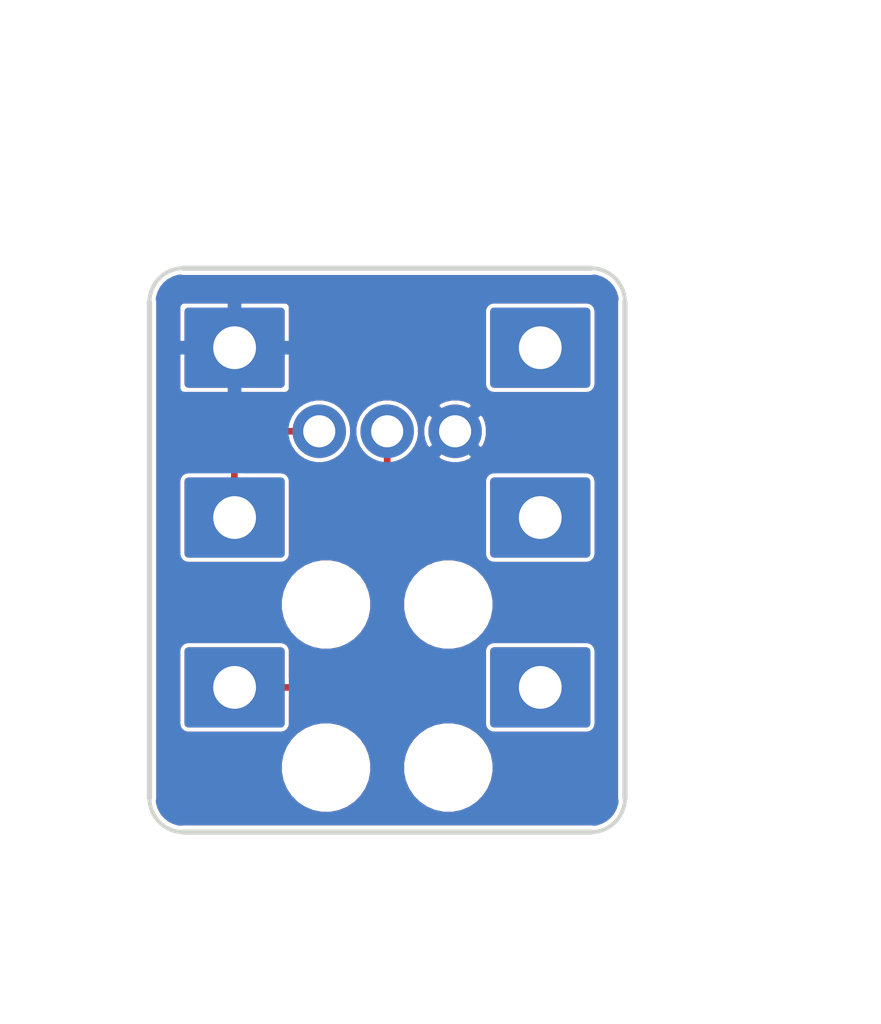
<source format=kicad_pcb>
(kicad_pcb (version 20171130) (host pcbnew "(5.0.2)-1")

  (general
    (thickness 1.6)
    (drawings 16)
    (tracks 6)
    (zones 0)
    (modules 6)
    (nets 4)
  )

  (page A4)
  (layers
    (0 F.Cu signal)
    (31 B.Cu signal)
    (32 B.Adhes user)
    (33 F.Adhes user)
    (34 B.Paste user)
    (35 F.Paste user)
    (36 B.SilkS user)
    (37 F.SilkS user)
    (38 B.Mask user)
    (39 F.Mask user)
    (40 Dwgs.User user)
    (41 Cmts.User user)
    (42 Eco1.User user)
    (43 Eco2.User user)
    (44 Edge.Cuts user)
    (45 Margin user)
    (46 B.CrtYd user)
    (47 F.CrtYd user)
    (48 B.Fab user)
    (49 F.Fab user)
  )

  (setup
    (last_trace_width 0.25)
    (trace_clearance 0.1524)
    (zone_clearance 0.1524)
    (zone_45_only no)
    (trace_min 0.2)
    (segment_width 0.2)
    (edge_width 0.15)
    (via_size 0.8)
    (via_drill 0.4)
    (via_min_size 0.4)
    (via_min_drill 0.3)
    (uvia_size 0.3)
    (uvia_drill 0.1)
    (uvias_allowed no)
    (uvia_min_size 0.2)
    (uvia_min_drill 0.1)
    (pcb_text_width 0.3)
    (pcb_text_size 1.5 1.5)
    (mod_edge_width 0.15)
    (mod_text_size 1 1)
    (mod_text_width 0.15)
    (pad_size 2 2)
    (pad_drill 1.2)
    (pad_to_mask_clearance 0.051)
    (aux_axis_origin 0 0)
    (visible_elements 7FFFFFFF)
    (pcbplotparams
      (layerselection 0x010fc_ffffffff)
      (usegerberextensions false)
      (usegerberattributes false)
      (usegerberadvancedattributes false)
      (creategerberjobfile false)
      (excludeedgelayer true)
      (linewidth 0.050000)
      (plotframeref false)
      (viasonmask false)
      (mode 1)
      (useauxorigin false)
      (hpglpennumber 1)
      (hpglpenspeed 20)
      (hpglpendiameter 15.000000)
      (psnegative false)
      (psa4output false)
      (plotreference true)
      (plotvalue true)
      (plotinvisibletext false)
      (padsonsilk false)
      (subtractmaskfromsilk false)
      (outputformat 1)
      (mirror false)
      (drillshape 1)
      (scaleselection 1)
      (outputdirectory ""))
  )

  (net 0 "")
  (net 1 /T)
  (net 2 /R)
  (net 3 /S)

  (net_class Default "This is the default net class."
    (clearance 0.1524)
    (trace_width 0.25)
    (via_dia 0.8)
    (via_drill 0.4)
    (uvia_dia 0.3)
    (uvia_drill 0.1)
    (add_net /R)
    (add_net /S)
    (add_net /T)
  )

  (module SA_Connectors_Wire:NPTH_1x_3.0mm (layer F.Cu) (tedit 5C596E6A) (tstamp 5C5B54CA)
    (at 171.196 99.314)
    (fp_text reference REF** (at 0 0.5) (layer F.SilkS) hide
      (effects (font (size 0.5 0.5) (thickness 0.05)))
    )
    (fp_text value NPTH_1x_3.0mm (at 0 -0.5) (layer F.Fab) hide
      (effects (font (size 0.5 0.5) (thickness 0.05)))
    )
    (pad "" np_thru_hole circle (at 0 0) (size 3 3) (drill 3) (layers *.Cu *.Mask))
  )

  (module SA_Connectors_Wire:NPTH_1x_3.0mm (layer F.Cu) (tedit 5C596E64) (tstamp 5C5B5461)
    (at 166.624 99.314)
    (fp_text reference REF** (at 0 0.5) (layer F.SilkS) hide
      (effects (font (size 0.5 0.5) (thickness 0.05)))
    )
    (fp_text value NPTH_1x_3.0mm (at 0 -0.5) (layer F.Fab) hide
      (effects (font (size 0.5 0.5) (thickness 0.05)))
    )
    (pad "" np_thru_hole circle (at 0 0) (size 3 3) (drill 3) (layers *.Cu *.Mask))
  )

  (module SA_Connectors_Wire:NPTH_1x_3.0mm (layer F.Cu) (tedit 5C596E57) (tstamp 5C5B4F51)
    (at 171.196 93.218)
    (fp_text reference REF** (at 0 0.5) (layer F.SilkS) hide
      (effects (font (size 0.5 0.5) (thickness 0.05)))
    )
    (fp_text value NPTH_1x_3.0mm (at 0 -0.5) (layer F.Fab) hide
      (effects (font (size 0.5 0.5) (thickness 0.05)))
    )
    (pad "" np_thru_hole circle (at 0 0) (size 3 3) (drill 3) (layers *.Cu *.Mask))
  )

  (module SA_Connectors_Wire:NPTH_1x_3.0mm (layer F.Cu) (tedit 5C596E5D) (tstamp 5C5B5A0D)
    (at 166.624 93.218)
    (fp_text reference REF** (at 0 0.5) (layer F.SilkS) hide
      (effects (font (size 0.5 0.5) (thickness 0.05)))
    )
    (fp_text value NPTH_1x_3.0mm (at 0 -0.5) (layer F.Fab) hide
      (effects (font (size 0.5 0.5) (thickness 0.05)))
    )
    (pad "" np_thru_hole circle (at 0 0) (size 3 3) (drill 3) (layers *.Cu *.Mask))
  )

  (module SA_Connectors_Wire:Wire_Pad_3x_1.2mm_Hole_2.0_Annular_2.54mm_Pitch (layer F.Cu) (tedit 5C597F6D) (tstamp 5C5D47C8)
    (at 168.91 86.741)
    (path /5C596B3A)
    (fp_text reference J2 (at 0 1.27) (layer F.SilkS) hide
      (effects (font (size 0.5 0.5) (thickness 0.05)))
    )
    (fp_text value Wire_Pad_3x (at 0 -1.27) (layer F.Fab) hide
      (effects (font (size 0.5 0.5) (thickness 0.05)))
    )
    (pad 1 thru_hole circle (at -2.54 0) (size 2 2) (drill 1.2) (layers *.Cu *.Mask)
      (net 2 /R))
    (pad 2 thru_hole circle (at 0 0) (size 2 2) (drill 1.2) (layers *.Cu *.Mask)
      (net 1 /T))
    (pad 3 thru_hole circle (at 2.54 0) (size 2 2) (drill 1.2) (layers *.Cu *.Mask)
      (net 3 /S))
  )

  (module SA_Jacks_Audio:Neutrik_NRJ6HM-1_NoChassis (layer F.Cu) (tedit 5C597F3F) (tstamp 5C610EE2)
    (at 170.434 78.867)
    (fp_text reference J1 (at 0 1) (layer F.SilkS) hide
      (effects (font (size 1 1) (thickness 0.15)))
    )
    (fp_text value Neutrik_NRJ6HM-1_NoChassis (at -0.05 2.35) (layer F.Fab)
      (effects (font (size 1 1) (thickness 0.15)))
    )
    (fp_text user "SN only connected to chassis if plug is removed" (at -3.47 6.75) (layer F.Fab)
      (effects (font (size 0.3 0.3) (thickness 0.03)))
    )
    (fp_text user "S always connected to chassis" (at -5.51 7.48) (layer F.Fab)
      (effects (font (size 0.3 0.3) (thickness 0.03)))
    )
    (fp_text user "ensures chassis ground connection if plug is inserted" (at -2.74 9.19) (layer F.Fab)
      (effects (font (size 0.3 0.3) (thickness 0.03)))
    )
    (fp_text user "Trace between S and SN" (at -6.25 8.8) (layer F.Fab)
      (effects (font (size 0.3 0.3) (thickness 0.03)))
    )
    (fp_line (start 0 21.85) (end 0 -8.2) (layer F.Fab) (width 0.1))
    (fp_line (start -5 -0.25) (end 5 0) (layer F.Fab) (width 0.1))
    (fp_line (start -5 -0.5) (end 5 -0.25) (layer F.Fab) (width 0.1))
    (fp_line (start -5 -0.75) (end 5 -0.5) (layer F.Fab) (width 0.1))
    (fp_line (start -5 -1) (end 5 -0.75) (layer F.Fab) (width 0.1))
    (fp_line (start -5 -1.25) (end 5 -1) (layer F.Fab) (width 0.1))
    (fp_line (start -5 -1.5) (end 5 -1.25) (layer F.Fab) (width 0.1))
    (fp_line (start -5 -1.75) (end 5 -1.5) (layer F.Fab) (width 0.1))
    (fp_line (start -5 -2) (end 5 -1.75) (layer F.Fab) (width 0.1))
    (fp_line (start -5 -2.25) (end 5 -2) (layer F.Fab) (width 0.1))
    (fp_line (start -5 -2.5) (end 5 -2.25) (layer F.Fab) (width 0.1))
    (fp_line (start -5 -2.75) (end 5 -2.5) (layer F.Fab) (width 0.1))
    (fp_line (start -5 -3) (end 5 -2.75) (layer F.Fab) (width 0.1))
    (fp_line (start -5 -3.25) (end 5 -3) (layer F.Fab) (width 0.1))
    (fp_line (start -5 -3.5) (end 5 -3.25) (layer F.Fab) (width 0.1))
    (fp_line (start -5 -3.75) (end 5 -3.5) (layer F.Fab) (width 0.1))
    (fp_line (start -5 -4) (end 5 -3.75) (layer F.Fab) (width 0.1))
    (fp_line (start -5 -4.25) (end 5 -4) (layer F.Fab) (width 0.1))
    (fp_line (start -5 -4.5) (end 5 -4.25) (layer F.Fab) (width 0.1))
    (fp_line (start -5 -4.75) (end 5 -4.5) (layer F.Fab) (width 0.1))
    (fp_line (start -5 -5) (end 5 -4.75) (layer F.Fab) (width 0.1))
    (fp_line (start -5 -5.25) (end 5 -5) (layer F.Fab) (width 0.1))
    (fp_line (start 5 -5.25) (end 5 -5) (layer F.Fab) (width 0.1))
    (fp_line (start -5 -5.5) (end 5 -5.25) (layer F.Fab) (width 0.1))
    (fp_line (start -5 -5.75) (end -5 -5.5) (layer F.Fab) (width 0.1))
    (fp_line (start 5 -5.5) (end -5 -5.75) (layer F.Fab) (width 0.1))
    (fp_line (start 5 -5.75) (end 5 -5.5) (layer F.Fab) (width 0.1))
    (fp_line (start -5 -6) (end 5 -5.75) (layer F.Fab) (width 0.1))
    (fp_line (start -5 -6.25) (end -5 -6) (layer F.Fab) (width 0.1))
    (fp_line (start 5 -6) (end -5 -6.25) (layer F.Fab) (width 0.1))
    (fp_line (start 5 -6.25) (end 5 -6) (layer F.Fab) (width 0.1))
    (fp_line (start -5 -6.5) (end 5 -6.25) (layer F.Fab) (width 0.1))
    (fp_line (start -5 -6.75) (end -5 -6.5) (layer F.Fab) (width 0.1))
    (fp_line (start 5 -6.5) (end -5 -6.75) (layer F.Fab) (width 0.1))
    (fp_line (start 5 -6.75) (end 5 -6.5) (layer F.Fab) (width 0.1))
    (fp_line (start -5 -7) (end 5 -6.75) (layer F.Fab) (width 0.1))
    (fp_line (start -5 -7.25) (end -5 -7) (layer F.Fab) (width 0.1))
    (fp_line (start 5 -7) (end -5 -7.25) (layer F.Fab) (width 0.1))
    (fp_line (start 5 -7.25) (end 5 -7) (layer F.Fab) (width 0.1))
    (fp_line (start -5 -7.5) (end 5 -7.25) (layer F.Fab) (width 0.1))
    (fp_line (start -5 -7.75) (end -5 -7.5) (layer F.Fab) (width 0.1))
    (fp_line (start 5 -7.5) (end -5 -7.75) (layer F.Fab) (width 0.1))
    (fp_line (start 5 -7.75) (end 5 -7.5) (layer F.Fab) (width 0.1))
    (fp_line (start -5 -8) (end 5 -7.75) (layer F.Fab) (width 0.1))
    (fp_line (start 5.5 0) (end 6.5 -1) (layer F.Fab) (width 0.1))
    (fp_line (start 4.75 0) (end 5.75 -1) (layer F.Fab) (width 0.1))
    (fp_line (start 4 0) (end 5 -1) (layer F.Fab) (width 0.1))
    (fp_line (start 4.25 -1) (end 3.25 0) (layer F.Fab) (width 0.1))
    (fp_line (start 2.5 0) (end 3.5 -1) (layer F.Fab) (width 0.1))
    (fp_line (start 2.75 -1) (end 1.75 0) (layer F.Fab) (width 0.1))
    (fp_line (start 1 0) (end 2 -1) (layer F.Fab) (width 0.1))
    (fp_line (start 1.25 -1) (end 0.25 0) (layer F.Fab) (width 0.1))
    (fp_line (start -0.5 0) (end 0.5 -1) (layer F.Fab) (width 0.1))
    (fp_line (start -0.25 -1) (end -1.25 0) (layer F.Fab) (width 0.1))
    (fp_line (start -2 0) (end -1 -1) (layer F.Fab) (width 0.1))
    (fp_line (start -8.5 -1) (end -9.25 -0.25) (layer F.Fab) (width 0.1))
    (fp_line (start -7.75 -1) (end -8.75 0) (layer F.Fab) (width 0.1))
    (fp_line (start -8 0) (end -7 -1) (layer F.Fab) (width 0.1))
    (fp_line (start -6.25 -1) (end -7.25 0) (layer F.Fab) (width 0.1))
    (fp_line (start -5.5 -1) (end -6.5 0) (layer F.Fab) (width 0.1))
    (fp_line (start -4.75 -1) (end -5.75 0) (layer F.Fab) (width 0.1))
    (fp_line (start -2.75 0) (end -1.75 -1) (layer F.Fab) (width 0.1))
    (fp_line (start -3.5 0) (end -2.5 -1) (layer F.Fab) (width 0.1))
    (fp_line (start -4.25 0) (end -3.25 -1) (layer F.Fab) (width 0.1))
    (fp_line (start -5 0) (end -4 -1) (layer F.Fab) (width 0.1))
    (fp_text user "PANEL CUTOUT" (at 0 -0.5) (layer F.Fab)
      (effects (font (size 0.5 0.5) (thickness 0.05)))
    )
    (fp_poly (pts (xy -9.32 0) (xy -9.32 -1) (xy 6.43 -1) (xy 6.43 0)) (layer B.CrtYd) (width 0.01))
    (fp_line (start 6.43 -1) (end 6.43 0) (layer F.Fab) (width 0.1))
    (fp_line (start -9.32 -1) (end 6.43 -1) (layer F.Fab) (width 0.1))
    (fp_line (start -9.32 0) (end -9.32 -1) (layer F.Fab) (width 0.1))
    (fp_line (start 5 -8.2) (end 5 0) (layer F.Fab) (width 0.1))
    (fp_line (start -5 -8.2) (end 5 -8.2) (layer F.Fab) (width 0.1))
    (fp_line (start -5 0) (end -5 -8.2) (layer F.Fab) (width 0.1))
    (fp_line (start -9.32 21.85) (end -9.32 0) (layer F.Fab) (width 0.1))
    (fp_line (start 6.43 21.85) (end -9.32 21.85) (layer F.Fab) (width 0.1))
    (fp_line (start 6.43 0) (end 6.43 21.85) (layer F.Fab) (width 0.1))
    (fp_line (start 0 0) (end -9.32 0) (layer F.Fab) (width 0.1))
    (fp_line (start 0 0) (end 6.43 0) (layer F.Fab) (width 0.1))
    (pad S thru_hole roundrect (at -7.23 4.75) (size 3.75 3) (drill 1.6) (layers *.Cu *.Mask) (roundrect_rratio 0.05)
      (net 3 /S))
    (pad R thru_hole roundrect (at -7.23 11.1) (size 3.75 3) (drill 1.6) (layers *.Cu *.Mask) (roundrect_rratio 0.05)
      (net 2 /R))
    (pad T thru_hole roundrect (at -7.23 17.45) (size 3.75 3) (drill 1.6) (layers *.Cu *.Mask) (roundrect_rratio 0.05)
      (net 1 /T))
    (pad TN thru_hole roundrect (at 4.2 17.45) (size 3.75 3) (drill 1.6) (layers *.Cu *.Mask) (roundrect_rratio 0.05))
    (pad RN thru_hole roundrect (at 4.2 11.1) (size 3.75 3) (drill 1.6) (layers *.Cu *.Mask) (roundrect_rratio 0.05))
    (pad SN thru_hole roundrect (at 4.2 4.75) (size 3.75 3) (drill 1.6) (layers *.Cu *.Mask) (roundrect_rratio 0.05))
    (model ${SA_LIB_3DSHAPES}/Neutrik_NRJ6HM-1/nrj6hm-1-1.stp
      (at (xyz 0 0 0))
      (scale (xyz 1 1 1))
      (rotate (xyz 90 180 0))
    )
  )

  (gr_text "3.0 mm NPTH for cable ties\n1.2 mm PTH for wires" (at 154.432 106.299) (layer F.Fab)
    (effects (font (size 1.5 1.5) (thickness 0.3)) (justify left))
  )
  (gr_line (start 171.577 89.408) (end 171.323 89.408) (layer B.Mask) (width 0.2))
  (gr_line (start 170.942 88.9) (end 171.958 88.9) (layer B.Mask) (width 0.2))
  (gr_line (start 172.339 88.392) (end 170.561 88.392) (layer B.Mask) (width 0.2))
  (gr_text "Neutrik\nNRJ6HM-1" (at 168.91 83.82) (layer F.Mask) (tstamp 5C61117D)
    (effects (font (size 0.6 0.6) (thickness 0.127)))
  )
  (gr_text S (at 171.45 84.455) (layer B.Mask) (tstamp 5C610F70)
    (effects (font (size 0.6 0.6) (thickness 0.127)) (justify mirror))
  )
  (gr_text T (at 168.91 84.455) (layer B.Mask) (tstamp 5C610F6E)
    (effects (font (size 0.6 0.6) (thickness 0.127)) (justify mirror))
  )
  (gr_text R (at 166.37 84.455) (layer B.Mask)
    (effects (font (size 0.6 0.6) (thickness 0.127)) (justify mirror))
  )
  (gr_arc (start 176.53 100.457) (end 176.53 101.727) (angle -90) (layer Edge.Cuts) (width 0.15) (tstamp 5C5B5AE1))
  (gr_arc (start 161.29 100.457) (end 160.02 100.457) (angle -90) (layer Edge.Cuts) (width 0.15) (tstamp 5C5B5ADD))
  (gr_arc (start 176.53 81.915) (end 177.8 81.915) (angle -90) (layer Edge.Cuts) (width 0.15) (tstamp 5C5B5AD8))
  (gr_arc (start 161.29 81.915) (end 161.29 80.645) (angle -90) (layer Edge.Cuts) (width 0.15))
  (gr_line (start 176.53 80.645) (end 161.29 80.645) (layer Edge.Cuts) (width 0.2))
  (gr_line (start 177.8 100.457) (end 177.8 81.915) (layer Edge.Cuts) (width 0.2))
  (gr_line (start 161.29 101.727) (end 176.53 101.727) (layer Edge.Cuts) (width 0.2))
  (gr_line (start 160.02 81.915) (end 160.02 100.457) (layer Edge.Cuts) (width 0.2))

  (segment (start 167.843 96.317) (end 163.195 96.317) (width 0.25) (layer F.Cu) (net 1))
  (segment (start 168.91 86.741) (end 168.91 95.25) (width 0.25) (layer F.Cu) (net 1))
  (segment (start 168.91 95.25) (end 167.843 96.317) (width 0.25) (layer F.Cu) (net 1))
  (segment (start 163.195 87.884) (end 163.195 89.967) (width 0.25) (layer F.Cu) (net 2))
  (segment (start 166.37 86.741) (end 164.338 86.741) (width 0.25) (layer F.Cu) (net 2))
  (segment (start 164.338 86.741) (end 163.195 87.884) (width 0.25) (layer F.Cu) (net 2))

  (zone (net 3) (net_name /S) (layer F.Cu) (tstamp 0) (hatch edge 0.508)
    (connect_pads (clearance 0.1524))
    (min_thickness 0.1524)
    (fill yes (arc_segments 32) (thermal_gap 0.1524) (thermal_bridge_width 0.508))
    (polygon
      (pts
        (xy 160.02 80.645) (xy 177.8 80.645) (xy 177.8 101.727) (xy 160.02 101.727)
      )
    )
    (filled_polygon
      (pts
        (xy 161.225583 80.968845) (xy 161.273865 80.9736) (xy 176.546135 80.9736) (xy 176.594417 80.968845) (xy 176.62549 80.959419)
        (xy 176.717425 80.968433) (xy 176.897712 81.022866) (xy 177.063992 81.111278) (xy 177.209934 81.230305) (xy 177.329974 81.375409)
        (xy 177.419547 81.541072) (xy 177.475236 81.72097) (xy 177.48559 81.819485) (xy 177.476156 81.850583) (xy 177.471401 81.898865)
        (xy 177.4714 100.473134) (xy 177.476155 100.521416) (xy 177.485581 100.55249) (xy 177.476567 100.644425) (xy 177.422134 100.824712)
        (xy 177.333722 100.990992) (xy 177.214695 101.136934) (xy 177.069591 101.256975) (xy 176.903929 101.346547) (xy 176.72403 101.402236)
        (xy 176.625517 101.412589) (xy 176.594417 101.403155) (xy 176.546135 101.3984) (xy 161.273865 101.3984) (xy 161.225583 101.403155)
        (xy 161.19451 101.412581) (xy 161.102575 101.403567) (xy 160.922288 101.349134) (xy 160.756008 101.260722) (xy 160.610066 101.141695)
        (xy 160.490025 100.996591) (xy 160.400453 100.830929) (xy 160.344764 100.65103) (xy 160.334411 100.552517) (xy 160.343845 100.521417)
        (xy 160.3486 100.473135) (xy 160.3486 99.143748) (xy 164.8954 99.143748) (xy 164.8954 99.484252) (xy 164.961829 99.818214)
        (xy 165.092135 100.132799) (xy 165.281309 100.415918) (xy 165.522082 100.656691) (xy 165.805201 100.845865) (xy 166.119786 100.976171)
        (xy 166.453748 101.0426) (xy 166.794252 101.0426) (xy 167.128214 100.976171) (xy 167.442799 100.845865) (xy 167.725918 100.656691)
        (xy 167.966691 100.415918) (xy 168.155865 100.132799) (xy 168.286171 99.818214) (xy 168.3526 99.484252) (xy 168.3526 99.143748)
        (xy 169.4674 99.143748) (xy 169.4674 99.484252) (xy 169.533829 99.818214) (xy 169.664135 100.132799) (xy 169.853309 100.415918)
        (xy 170.094082 100.656691) (xy 170.377201 100.845865) (xy 170.691786 100.976171) (xy 171.025748 101.0426) (xy 171.366252 101.0426)
        (xy 171.700214 100.976171) (xy 172.014799 100.845865) (xy 172.297918 100.656691) (xy 172.538691 100.415918) (xy 172.727865 100.132799)
        (xy 172.858171 99.818214) (xy 172.9246 99.484252) (xy 172.9246 99.143748) (xy 172.858171 98.809786) (xy 172.727865 98.495201)
        (xy 172.538691 98.212082) (xy 172.297918 97.971309) (xy 172.014799 97.782135) (xy 171.700214 97.651829) (xy 171.366252 97.5854)
        (xy 171.025748 97.5854) (xy 170.691786 97.651829) (xy 170.377201 97.782135) (xy 170.094082 97.971309) (xy 169.853309 98.212082)
        (xy 169.664135 98.495201) (xy 169.533829 98.809786) (xy 169.4674 99.143748) (xy 168.3526 99.143748) (xy 168.286171 98.809786)
        (xy 168.155865 98.495201) (xy 167.966691 98.212082) (xy 167.725918 97.971309) (xy 167.442799 97.782135) (xy 167.128214 97.651829)
        (xy 166.794252 97.5854) (xy 166.453748 97.5854) (xy 166.119786 97.651829) (xy 165.805201 97.782135) (xy 165.522082 97.971309)
        (xy 165.281309 98.212082) (xy 165.092135 98.495201) (xy 164.961829 98.809786) (xy 164.8954 99.143748) (xy 160.3486 99.143748)
        (xy 160.3486 94.967) (xy 161.099294 94.967) (xy 161.099294 97.667) (xy 161.10659 97.741077) (xy 161.128197 97.812307)
        (xy 161.163286 97.877953) (xy 161.210507 97.935493) (xy 161.268047 97.982714) (xy 161.333693 98.017803) (xy 161.404923 98.03941)
        (xy 161.479 98.046706) (xy 164.929 98.046706) (xy 165.003077 98.03941) (xy 165.074307 98.017803) (xy 165.139953 97.982714)
        (xy 165.197493 97.935493) (xy 165.244714 97.877953) (xy 165.279803 97.812307) (xy 165.30141 97.741077) (xy 165.308706 97.667)
        (xy 165.308706 96.6706) (xy 167.825648 96.6706) (xy 167.843 96.672309) (xy 167.860352 96.6706) (xy 167.860362 96.6706)
        (xy 167.912318 96.665483) (xy 167.978971 96.645264) (xy 168.0404 96.612429) (xy 168.094242 96.568242) (xy 168.105313 96.554752)
        (xy 169.147758 95.512308) (xy 169.161242 95.501242) (xy 169.172309 95.487757) (xy 169.20543 95.4474) (xy 169.238263 95.385972)
        (xy 169.238264 95.385971) (xy 169.258483 95.319318) (xy 169.2636 95.267362) (xy 169.2636 95.267352) (xy 169.265309 95.25)
        (xy 169.2636 95.232648) (xy 169.2636 94.967) (xy 172.529294 94.967) (xy 172.529294 97.667) (xy 172.53659 97.741077)
        (xy 172.558197 97.812307) (xy 172.593286 97.877953) (xy 172.640507 97.935493) (xy 172.698047 97.982714) (xy 172.763693 98.017803)
        (xy 172.834923 98.03941) (xy 172.909 98.046706) (xy 176.359 98.046706) (xy 176.433077 98.03941) (xy 176.504307 98.017803)
        (xy 176.569953 97.982714) (xy 176.627493 97.935493) (xy 176.674714 97.877953) (xy 176.709803 97.812307) (xy 176.73141 97.741077)
        (xy 176.738706 97.667) (xy 176.738706 94.967) (xy 176.73141 94.892923) (xy 176.709803 94.821693) (xy 176.674714 94.756047)
        (xy 176.627493 94.698507) (xy 176.569953 94.651286) (xy 176.504307 94.616197) (xy 176.433077 94.59459) (xy 176.359 94.587294)
        (xy 172.909 94.587294) (xy 172.834923 94.59459) (xy 172.763693 94.616197) (xy 172.698047 94.651286) (xy 172.640507 94.698507)
        (xy 172.593286 94.756047) (xy 172.558197 94.821693) (xy 172.53659 94.892923) (xy 172.529294 94.967) (xy 169.2636 94.967)
        (xy 169.2636 93.047748) (xy 169.4674 93.047748) (xy 169.4674 93.388252) (xy 169.533829 93.722214) (xy 169.664135 94.036799)
        (xy 169.853309 94.319918) (xy 170.094082 94.560691) (xy 170.377201 94.749865) (xy 170.691786 94.880171) (xy 171.025748 94.9466)
        (xy 171.366252 94.9466) (xy 171.700214 94.880171) (xy 172.014799 94.749865) (xy 172.297918 94.560691) (xy 172.538691 94.319918)
        (xy 172.727865 94.036799) (xy 172.858171 93.722214) (xy 172.9246 93.388252) (xy 172.9246 93.047748) (xy 172.858171 92.713786)
        (xy 172.727865 92.399201) (xy 172.538691 92.116082) (xy 172.297918 91.875309) (xy 172.014799 91.686135) (xy 171.700214 91.555829)
        (xy 171.366252 91.4894) (xy 171.025748 91.4894) (xy 170.691786 91.555829) (xy 170.377201 91.686135) (xy 170.094082 91.875309)
        (xy 169.853309 92.116082) (xy 169.664135 92.399201) (xy 169.533829 92.713786) (xy 169.4674 93.047748) (xy 169.2636 93.047748)
        (xy 169.2636 88.617) (xy 172.529294 88.617) (xy 172.529294 91.317) (xy 172.53659 91.391077) (xy 172.558197 91.462307)
        (xy 172.593286 91.527953) (xy 172.640507 91.585493) (xy 172.698047 91.632714) (xy 172.763693 91.667803) (xy 172.834923 91.68941)
        (xy 172.909 91.696706) (xy 176.359 91.696706) (xy 176.433077 91.68941) (xy 176.504307 91.667803) (xy 176.569953 91.632714)
        (xy 176.627493 91.585493) (xy 176.674714 91.527953) (xy 176.709803 91.462307) (xy 176.73141 91.391077) (xy 176.738706 91.317)
        (xy 176.738706 88.617) (xy 176.73141 88.542923) (xy 176.709803 88.471693) (xy 176.674714 88.406047) (xy 176.627493 88.348507)
        (xy 176.569953 88.301286) (xy 176.504307 88.266197) (xy 176.433077 88.24459) (xy 176.359 88.237294) (xy 172.909 88.237294)
        (xy 172.834923 88.24459) (xy 172.763693 88.266197) (xy 172.698047 88.301286) (xy 172.640507 88.348507) (xy 172.593286 88.406047)
        (xy 172.558197 88.471693) (xy 172.53659 88.542923) (xy 172.529294 88.617) (xy 169.2636 88.617) (xy 169.2636 87.923335)
        (xy 169.268369 87.922386) (xy 169.49196 87.829771) (xy 169.693187 87.695316) (xy 169.698783 87.68972) (xy 170.752727 87.68972)
        (xy 170.875761 87.833863) (xy 171.100003 87.924893) (xy 171.337694 87.970426) (xy 171.5797 87.968713) (xy 171.816723 87.919819)
        (xy 172.024239 87.833863) (xy 172.147273 87.68972) (xy 171.45 86.992447) (xy 170.752727 87.68972) (xy 169.698783 87.68972)
        (xy 169.864316 87.524187) (xy 169.998771 87.32296) (xy 170.091386 87.099369) (xy 170.1386 86.862007) (xy 170.1386 86.628694)
        (xy 170.220574 86.628694) (xy 170.222287 86.8707) (xy 170.271181 87.107723) (xy 170.357137 87.315239) (xy 170.50128 87.438273)
        (xy 171.198553 86.741) (xy 171.701447 86.741) (xy 172.39872 87.438273) (xy 172.542863 87.315239) (xy 172.633893 87.090997)
        (xy 172.679426 86.853306) (xy 172.677713 86.6113) (xy 172.628819 86.374277) (xy 172.542863 86.166761) (xy 172.39872 86.043727)
        (xy 171.701447 86.741) (xy 171.198553 86.741) (xy 170.50128 86.043727) (xy 170.357137 86.166761) (xy 170.266107 86.391003)
        (xy 170.220574 86.628694) (xy 170.1386 86.628694) (xy 170.1386 86.619993) (xy 170.091386 86.382631) (xy 169.998771 86.15904)
        (xy 169.864316 85.957813) (xy 169.698783 85.79228) (xy 170.752727 85.79228) (xy 171.45 86.489553) (xy 172.147273 85.79228)
        (xy 172.024239 85.648137) (xy 171.799997 85.557107) (xy 171.562306 85.511574) (xy 171.3203 85.513287) (xy 171.083277 85.562181)
        (xy 170.875761 85.648137) (xy 170.752727 85.79228) (xy 169.698783 85.79228) (xy 169.693187 85.786684) (xy 169.49196 85.652229)
        (xy 169.268369 85.559614) (xy 169.031007 85.5124) (xy 168.788993 85.5124) (xy 168.551631 85.559614) (xy 168.32804 85.652229)
        (xy 168.126813 85.786684) (xy 167.955684 85.957813) (xy 167.821229 86.15904) (xy 167.728614 86.382631) (xy 167.6814 86.619993)
        (xy 167.6814 86.862007) (xy 167.728614 87.099369) (xy 167.821229 87.32296) (xy 167.955684 87.524187) (xy 168.126813 87.695316)
        (xy 168.32804 87.829771) (xy 168.551631 87.922386) (xy 168.5564 87.923335) (xy 168.556401 95.103533) (xy 167.696535 95.9634)
        (xy 165.308706 95.9634) (xy 165.308706 94.967) (xy 165.30141 94.892923) (xy 165.279803 94.821693) (xy 165.244714 94.756047)
        (xy 165.197493 94.698507) (xy 165.139953 94.651286) (xy 165.074307 94.616197) (xy 165.003077 94.59459) (xy 164.929 94.587294)
        (xy 161.479 94.587294) (xy 161.404923 94.59459) (xy 161.333693 94.616197) (xy 161.268047 94.651286) (xy 161.210507 94.698507)
        (xy 161.163286 94.756047) (xy 161.128197 94.821693) (xy 161.10659 94.892923) (xy 161.099294 94.967) (xy 160.3486 94.967)
        (xy 160.3486 93.047748) (xy 164.8954 93.047748) (xy 164.8954 93.388252) (xy 164.961829 93.722214) (xy 165.092135 94.036799)
        (xy 165.281309 94.319918) (xy 165.522082 94.560691) (xy 165.805201 94.749865) (xy 166.119786 94.880171) (xy 166.453748 94.9466)
        (xy 166.794252 94.9466) (xy 167.128214 94.880171) (xy 167.442799 94.749865) (xy 167.725918 94.560691) (xy 167.966691 94.319918)
        (xy 168.155865 94.036799) (xy 168.286171 93.722214) (xy 168.3526 93.388252) (xy 168.3526 93.047748) (xy 168.286171 92.713786)
        (xy 168.155865 92.399201) (xy 167.966691 92.116082) (xy 167.725918 91.875309) (xy 167.442799 91.686135) (xy 167.128214 91.555829)
        (xy 166.794252 91.4894) (xy 166.453748 91.4894) (xy 166.119786 91.555829) (xy 165.805201 91.686135) (xy 165.522082 91.875309)
        (xy 165.281309 92.116082) (xy 165.092135 92.399201) (xy 164.961829 92.713786) (xy 164.8954 93.047748) (xy 160.3486 93.047748)
        (xy 160.3486 88.617) (xy 161.099294 88.617) (xy 161.099294 91.317) (xy 161.10659 91.391077) (xy 161.128197 91.462307)
        (xy 161.163286 91.527953) (xy 161.210507 91.585493) (xy 161.268047 91.632714) (xy 161.333693 91.667803) (xy 161.404923 91.68941)
        (xy 161.479 91.696706) (xy 164.929 91.696706) (xy 165.003077 91.68941) (xy 165.074307 91.667803) (xy 165.139953 91.632714)
        (xy 165.197493 91.585493) (xy 165.244714 91.527953) (xy 165.279803 91.462307) (xy 165.30141 91.391077) (xy 165.308706 91.317)
        (xy 165.308706 88.617) (xy 165.30141 88.542923) (xy 165.279803 88.471693) (xy 165.244714 88.406047) (xy 165.197493 88.348507)
        (xy 165.139953 88.301286) (xy 165.074307 88.266197) (xy 165.003077 88.24459) (xy 164.929 88.237294) (xy 163.5486 88.237294)
        (xy 163.5486 88.030465) (xy 164.484466 87.0946) (xy 165.187665 87.0946) (xy 165.188614 87.099369) (xy 165.281229 87.32296)
        (xy 165.415684 87.524187) (xy 165.586813 87.695316) (xy 165.78804 87.829771) (xy 166.011631 87.922386) (xy 166.248993 87.9696)
        (xy 166.491007 87.9696) (xy 166.728369 87.922386) (xy 166.95196 87.829771) (xy 167.153187 87.695316) (xy 167.324316 87.524187)
        (xy 167.458771 87.32296) (xy 167.551386 87.099369) (xy 167.5986 86.862007) (xy 167.5986 86.619993) (xy 167.551386 86.382631)
        (xy 167.458771 86.15904) (xy 167.324316 85.957813) (xy 167.153187 85.786684) (xy 166.95196 85.652229) (xy 166.728369 85.559614)
        (xy 166.491007 85.5124) (xy 166.248993 85.5124) (xy 166.011631 85.559614) (xy 165.78804 85.652229) (xy 165.586813 85.786684)
        (xy 165.415684 85.957813) (xy 165.281229 86.15904) (xy 165.188614 86.382631) (xy 165.187665 86.3874) (xy 164.355351 86.3874)
        (xy 164.337999 86.385691) (xy 164.320647 86.3874) (xy 164.320638 86.3874) (xy 164.268682 86.392517) (xy 164.202029 86.412736)
        (xy 164.1406 86.445571) (xy 164.086758 86.489758) (xy 164.075692 86.503242) (xy 162.957243 87.621691) (xy 162.943758 87.632759)
        (xy 162.899571 87.686601) (xy 162.866736 87.74803) (xy 162.846517 87.814683) (xy 162.8414 87.866639) (xy 162.8414 87.866648)
        (xy 162.839691 87.884) (xy 162.8414 87.901352) (xy 162.8414 88.237294) (xy 161.479 88.237294) (xy 161.404923 88.24459)
        (xy 161.333693 88.266197) (xy 161.268047 88.301286) (xy 161.210507 88.348507) (xy 161.163286 88.406047) (xy 161.128197 88.471693)
        (xy 161.10659 88.542923) (xy 161.099294 88.617) (xy 160.3486 88.617) (xy 160.3486 83.85195) (xy 161.1004 83.85195)
        (xy 161.1004 85.139515) (xy 161.109185 85.18368) (xy 161.126417 85.225283) (xy 161.151435 85.262724) (xy 161.183276 85.294565)
        (xy 161.220717 85.319583) (xy 161.26232 85.336815) (xy 161.306485 85.3456) (xy 162.96905 85.3456) (xy 163.0262 85.28845)
        (xy 163.0262 83.7948) (xy 163.3818 83.7948) (xy 163.3818 85.28845) (xy 163.43895 85.3456) (xy 165.101515 85.3456)
        (xy 165.14568 85.336815) (xy 165.187283 85.319583) (xy 165.224724 85.294565) (xy 165.256565 85.262724) (xy 165.281583 85.225283)
        (xy 165.298815 85.18368) (xy 165.3076 85.139515) (xy 165.3076 83.85195) (xy 165.25045 83.7948) (xy 163.3818 83.7948)
        (xy 163.0262 83.7948) (xy 161.15755 83.7948) (xy 161.1004 83.85195) (xy 160.3486 83.85195) (xy 160.3486 82.094485)
        (xy 161.1004 82.094485) (xy 161.1004 83.38205) (xy 161.15755 83.4392) (xy 163.0262 83.4392) (xy 163.0262 81.94555)
        (xy 163.3818 81.94555) (xy 163.3818 83.4392) (xy 165.25045 83.4392) (xy 165.3076 83.38205) (xy 165.3076 82.267)
        (xy 172.529294 82.267) (xy 172.529294 84.967) (xy 172.53659 85.041077) (xy 172.558197 85.112307) (xy 172.593286 85.177953)
        (xy 172.640507 85.235493) (xy 172.698047 85.282714) (xy 172.763693 85.317803) (xy 172.834923 85.33941) (xy 172.909 85.346706)
        (xy 176.359 85.346706) (xy 176.433077 85.33941) (xy 176.504307 85.317803) (xy 176.569953 85.282714) (xy 176.627493 85.235493)
        (xy 176.674714 85.177953) (xy 176.709803 85.112307) (xy 176.73141 85.041077) (xy 176.738706 84.967) (xy 176.738706 82.267)
        (xy 176.73141 82.192923) (xy 176.709803 82.121693) (xy 176.674714 82.056047) (xy 176.627493 81.998507) (xy 176.569953 81.951286)
        (xy 176.504307 81.916197) (xy 176.433077 81.89459) (xy 176.359 81.887294) (xy 172.909 81.887294) (xy 172.834923 81.89459)
        (xy 172.763693 81.916197) (xy 172.698047 81.951286) (xy 172.640507 81.998507) (xy 172.593286 82.056047) (xy 172.558197 82.121693)
        (xy 172.53659 82.192923) (xy 172.529294 82.267) (xy 165.3076 82.267) (xy 165.3076 82.094485) (xy 165.298815 82.05032)
        (xy 165.281583 82.008717) (xy 165.256565 81.971276) (xy 165.224724 81.939435) (xy 165.187283 81.914417) (xy 165.14568 81.897185)
        (xy 165.101515 81.8884) (xy 163.43895 81.8884) (xy 163.3818 81.94555) (xy 163.0262 81.94555) (xy 162.96905 81.8884)
        (xy 161.306485 81.8884) (xy 161.26232 81.897185) (xy 161.220717 81.914417) (xy 161.183276 81.939435) (xy 161.151435 81.971276)
        (xy 161.126417 82.008717) (xy 161.109185 82.05032) (xy 161.1004 82.094485) (xy 160.3486 82.094485) (xy 160.3486 81.898865)
        (xy 160.343845 81.850583) (xy 160.334419 81.81951) (xy 160.343433 81.727575) (xy 160.397866 81.547288) (xy 160.486278 81.381008)
        (xy 160.605305 81.235066) (xy 160.750409 81.115026) (xy 160.916072 81.025453) (xy 161.09597 80.969764) (xy 161.194483 80.959411)
      )
    )
  )
  (zone (net 3) (net_name /S) (layer B.Cu) (tstamp 5C5B6301) (hatch edge 0.508)
    (connect_pads (clearance 0.1524))
    (min_thickness 0.1524)
    (fill yes (arc_segments 32) (thermal_gap 0.1524) (thermal_bridge_width 0.508))
    (polygon
      (pts
        (xy 160.02 80.645) (xy 177.8 80.645) (xy 177.8 101.727) (xy 160.02 101.727)
      )
    )
    (filled_polygon
      (pts
        (xy 161.225583 80.968845) (xy 161.273865 80.9736) (xy 176.546135 80.9736) (xy 176.594417 80.968845) (xy 176.62549 80.959419)
        (xy 176.717425 80.968433) (xy 176.897712 81.022866) (xy 177.063992 81.111278) (xy 177.209934 81.230305) (xy 177.329974 81.375409)
        (xy 177.419547 81.541072) (xy 177.475236 81.72097) (xy 177.48559 81.819485) (xy 177.476156 81.850583) (xy 177.471401 81.898865)
        (xy 177.4714 100.473134) (xy 177.476155 100.521416) (xy 177.485581 100.55249) (xy 177.476567 100.644425) (xy 177.422134 100.824712)
        (xy 177.333722 100.990992) (xy 177.214695 101.136934) (xy 177.069591 101.256975) (xy 176.903929 101.346547) (xy 176.72403 101.402236)
        (xy 176.625517 101.412589) (xy 176.594417 101.403155) (xy 176.546135 101.3984) (xy 161.273865 101.3984) (xy 161.225583 101.403155)
        (xy 161.19451 101.412581) (xy 161.102575 101.403567) (xy 160.922288 101.349134) (xy 160.756008 101.260722) (xy 160.610066 101.141695)
        (xy 160.490025 100.996591) (xy 160.400453 100.830929) (xy 160.344764 100.65103) (xy 160.334411 100.552517) (xy 160.343845 100.521417)
        (xy 160.3486 100.473135) (xy 160.3486 99.143748) (xy 164.8954 99.143748) (xy 164.8954 99.484252) (xy 164.961829 99.818214)
        (xy 165.092135 100.132799) (xy 165.281309 100.415918) (xy 165.522082 100.656691) (xy 165.805201 100.845865) (xy 166.119786 100.976171)
        (xy 166.453748 101.0426) (xy 166.794252 101.0426) (xy 167.128214 100.976171) (xy 167.442799 100.845865) (xy 167.725918 100.656691)
        (xy 167.966691 100.415918) (xy 168.155865 100.132799) (xy 168.286171 99.818214) (xy 168.3526 99.484252) (xy 168.3526 99.143748)
        (xy 169.4674 99.143748) (xy 169.4674 99.484252) (xy 169.533829 99.818214) (xy 169.664135 100.132799) (xy 169.853309 100.415918)
        (xy 170.094082 100.656691) (xy 170.377201 100.845865) (xy 170.691786 100.976171) (xy 171.025748 101.0426) (xy 171.366252 101.0426)
        (xy 171.700214 100.976171) (xy 172.014799 100.845865) (xy 172.297918 100.656691) (xy 172.538691 100.415918) (xy 172.727865 100.132799)
        (xy 172.858171 99.818214) (xy 172.9246 99.484252) (xy 172.9246 99.143748) (xy 172.858171 98.809786) (xy 172.727865 98.495201)
        (xy 172.538691 98.212082) (xy 172.297918 97.971309) (xy 172.014799 97.782135) (xy 171.700214 97.651829) (xy 171.366252 97.5854)
        (xy 171.025748 97.5854) (xy 170.691786 97.651829) (xy 170.377201 97.782135) (xy 170.094082 97.971309) (xy 169.853309 98.212082)
        (xy 169.664135 98.495201) (xy 169.533829 98.809786) (xy 169.4674 99.143748) (xy 168.3526 99.143748) (xy 168.286171 98.809786)
        (xy 168.155865 98.495201) (xy 167.966691 98.212082) (xy 167.725918 97.971309) (xy 167.442799 97.782135) (xy 167.128214 97.651829)
        (xy 166.794252 97.5854) (xy 166.453748 97.5854) (xy 166.119786 97.651829) (xy 165.805201 97.782135) (xy 165.522082 97.971309)
        (xy 165.281309 98.212082) (xy 165.092135 98.495201) (xy 164.961829 98.809786) (xy 164.8954 99.143748) (xy 160.3486 99.143748)
        (xy 160.3486 94.967) (xy 161.099294 94.967) (xy 161.099294 97.667) (xy 161.10659 97.741077) (xy 161.128197 97.812307)
        (xy 161.163286 97.877953) (xy 161.210507 97.935493) (xy 161.268047 97.982714) (xy 161.333693 98.017803) (xy 161.404923 98.03941)
        (xy 161.479 98.046706) (xy 164.929 98.046706) (xy 165.003077 98.03941) (xy 165.074307 98.017803) (xy 165.139953 97.982714)
        (xy 165.197493 97.935493) (xy 165.244714 97.877953) (xy 165.279803 97.812307) (xy 165.30141 97.741077) (xy 165.308706 97.667)
        (xy 165.308706 94.967) (xy 172.529294 94.967) (xy 172.529294 97.667) (xy 172.53659 97.741077) (xy 172.558197 97.812307)
        (xy 172.593286 97.877953) (xy 172.640507 97.935493) (xy 172.698047 97.982714) (xy 172.763693 98.017803) (xy 172.834923 98.03941)
        (xy 172.909 98.046706) (xy 176.359 98.046706) (xy 176.433077 98.03941) (xy 176.504307 98.017803) (xy 176.569953 97.982714)
        (xy 176.627493 97.935493) (xy 176.674714 97.877953) (xy 176.709803 97.812307) (xy 176.73141 97.741077) (xy 176.738706 97.667)
        (xy 176.738706 94.967) (xy 176.73141 94.892923) (xy 176.709803 94.821693) (xy 176.674714 94.756047) (xy 176.627493 94.698507)
        (xy 176.569953 94.651286) (xy 176.504307 94.616197) (xy 176.433077 94.59459) (xy 176.359 94.587294) (xy 172.909 94.587294)
        (xy 172.834923 94.59459) (xy 172.763693 94.616197) (xy 172.698047 94.651286) (xy 172.640507 94.698507) (xy 172.593286 94.756047)
        (xy 172.558197 94.821693) (xy 172.53659 94.892923) (xy 172.529294 94.967) (xy 165.308706 94.967) (xy 165.30141 94.892923)
        (xy 165.279803 94.821693) (xy 165.244714 94.756047) (xy 165.197493 94.698507) (xy 165.139953 94.651286) (xy 165.074307 94.616197)
        (xy 165.003077 94.59459) (xy 164.929 94.587294) (xy 161.479 94.587294) (xy 161.404923 94.59459) (xy 161.333693 94.616197)
        (xy 161.268047 94.651286) (xy 161.210507 94.698507) (xy 161.163286 94.756047) (xy 161.128197 94.821693) (xy 161.10659 94.892923)
        (xy 161.099294 94.967) (xy 160.3486 94.967) (xy 160.3486 93.047748) (xy 164.8954 93.047748) (xy 164.8954 93.388252)
        (xy 164.961829 93.722214) (xy 165.092135 94.036799) (xy 165.281309 94.319918) (xy 165.522082 94.560691) (xy 165.805201 94.749865)
        (xy 166.119786 94.880171) (xy 166.453748 94.9466) (xy 166.794252 94.9466) (xy 167.128214 94.880171) (xy 167.442799 94.749865)
        (xy 167.725918 94.560691) (xy 167.966691 94.319918) (xy 168.155865 94.036799) (xy 168.286171 93.722214) (xy 168.3526 93.388252)
        (xy 168.3526 93.047748) (xy 169.4674 93.047748) (xy 169.4674 93.388252) (xy 169.533829 93.722214) (xy 169.664135 94.036799)
        (xy 169.853309 94.319918) (xy 170.094082 94.560691) (xy 170.377201 94.749865) (xy 170.691786 94.880171) (xy 171.025748 94.9466)
        (xy 171.366252 94.9466) (xy 171.700214 94.880171) (xy 172.014799 94.749865) (xy 172.297918 94.560691) (xy 172.538691 94.319918)
        (xy 172.727865 94.036799) (xy 172.858171 93.722214) (xy 172.9246 93.388252) (xy 172.9246 93.047748) (xy 172.858171 92.713786)
        (xy 172.727865 92.399201) (xy 172.538691 92.116082) (xy 172.297918 91.875309) (xy 172.014799 91.686135) (xy 171.700214 91.555829)
        (xy 171.366252 91.4894) (xy 171.025748 91.4894) (xy 170.691786 91.555829) (xy 170.377201 91.686135) (xy 170.094082 91.875309)
        (xy 169.853309 92.116082) (xy 169.664135 92.399201) (xy 169.533829 92.713786) (xy 169.4674 93.047748) (xy 168.3526 93.047748)
        (xy 168.286171 92.713786) (xy 168.155865 92.399201) (xy 167.966691 92.116082) (xy 167.725918 91.875309) (xy 167.442799 91.686135)
        (xy 167.128214 91.555829) (xy 166.794252 91.4894) (xy 166.453748 91.4894) (xy 166.119786 91.555829) (xy 165.805201 91.686135)
        (xy 165.522082 91.875309) (xy 165.281309 92.116082) (xy 165.092135 92.399201) (xy 164.961829 92.713786) (xy 164.8954 93.047748)
        (xy 160.3486 93.047748) (xy 160.3486 88.617) (xy 161.099294 88.617) (xy 161.099294 91.317) (xy 161.10659 91.391077)
        (xy 161.128197 91.462307) (xy 161.163286 91.527953) (xy 161.210507 91.585493) (xy 161.268047 91.632714) (xy 161.333693 91.667803)
        (xy 161.404923 91.68941) (xy 161.479 91.696706) (xy 164.929 91.696706) (xy 165.003077 91.68941) (xy 165.074307 91.667803)
        (xy 165.139953 91.632714) (xy 165.197493 91.585493) (xy 165.244714 91.527953) (xy 165.279803 91.462307) (xy 165.30141 91.391077)
        (xy 165.308706 91.317) (xy 165.308706 88.617) (xy 172.529294 88.617) (xy 172.529294 91.317) (xy 172.53659 91.391077)
        (xy 172.558197 91.462307) (xy 172.593286 91.527953) (xy 172.640507 91.585493) (xy 172.698047 91.632714) (xy 172.763693 91.667803)
        (xy 172.834923 91.68941) (xy 172.909 91.696706) (xy 176.359 91.696706) (xy 176.433077 91.68941) (xy 176.504307 91.667803)
        (xy 176.569953 91.632714) (xy 176.627493 91.585493) (xy 176.674714 91.527953) (xy 176.709803 91.462307) (xy 176.73141 91.391077)
        (xy 176.738706 91.317) (xy 176.738706 88.617) (xy 176.73141 88.542923) (xy 176.709803 88.471693) (xy 176.674714 88.406047)
        (xy 176.627493 88.348507) (xy 176.569953 88.301286) (xy 176.504307 88.266197) (xy 176.433077 88.24459) (xy 176.359 88.237294)
        (xy 172.909 88.237294) (xy 172.834923 88.24459) (xy 172.763693 88.266197) (xy 172.698047 88.301286) (xy 172.640507 88.348507)
        (xy 172.593286 88.406047) (xy 172.558197 88.471693) (xy 172.53659 88.542923) (xy 172.529294 88.617) (xy 165.308706 88.617)
        (xy 165.30141 88.542923) (xy 165.279803 88.471693) (xy 165.244714 88.406047) (xy 165.197493 88.348507) (xy 165.139953 88.301286)
        (xy 165.074307 88.266197) (xy 165.003077 88.24459) (xy 164.929 88.237294) (xy 161.479 88.237294) (xy 161.404923 88.24459)
        (xy 161.333693 88.266197) (xy 161.268047 88.301286) (xy 161.210507 88.348507) (xy 161.163286 88.406047) (xy 161.128197 88.471693)
        (xy 161.10659 88.542923) (xy 161.099294 88.617) (xy 160.3486 88.617) (xy 160.3486 86.619993) (xy 165.1414 86.619993)
        (xy 165.1414 86.862007) (xy 165.188614 87.099369) (xy 165.281229 87.32296) (xy 165.415684 87.524187) (xy 165.586813 87.695316)
        (xy 165.78804 87.829771) (xy 166.011631 87.922386) (xy 166.248993 87.9696) (xy 166.491007 87.9696) (xy 166.728369 87.922386)
        (xy 166.95196 87.829771) (xy 167.153187 87.695316) (xy 167.324316 87.524187) (xy 167.458771 87.32296) (xy 167.551386 87.099369)
        (xy 167.5986 86.862007) (xy 167.5986 86.619993) (xy 167.6814 86.619993) (xy 167.6814 86.862007) (xy 167.728614 87.099369)
        (xy 167.821229 87.32296) (xy 167.955684 87.524187) (xy 168.126813 87.695316) (xy 168.32804 87.829771) (xy 168.551631 87.922386)
        (xy 168.788993 87.9696) (xy 169.031007 87.9696) (xy 169.268369 87.922386) (xy 169.49196 87.829771) (xy 169.693187 87.695316)
        (xy 169.698783 87.68972) (xy 170.752727 87.68972) (xy 170.875761 87.833863) (xy 171.100003 87.924893) (xy 171.337694 87.970426)
        (xy 171.5797 87.968713) (xy 171.816723 87.919819) (xy 172.024239 87.833863) (xy 172.147273 87.68972) (xy 171.45 86.992447)
        (xy 170.752727 87.68972) (xy 169.698783 87.68972) (xy 169.864316 87.524187) (xy 169.998771 87.32296) (xy 170.091386 87.099369)
        (xy 170.1386 86.862007) (xy 170.1386 86.628694) (xy 170.220574 86.628694) (xy 170.222287 86.8707) (xy 170.271181 87.107723)
        (xy 170.357137 87.315239) (xy 170.50128 87.438273) (xy 171.198553 86.741) (xy 171.701447 86.741) (xy 172.39872 87.438273)
        (xy 172.542863 87.315239) (xy 172.633893 87.090997) (xy 172.679426 86.853306) (xy 172.677713 86.6113) (xy 172.628819 86.374277)
        (xy 172.542863 86.166761) (xy 172.39872 86.043727) (xy 171.701447 86.741) (xy 171.198553 86.741) (xy 170.50128 86.043727)
        (xy 170.357137 86.166761) (xy 170.266107 86.391003) (xy 170.220574 86.628694) (xy 170.1386 86.628694) (xy 170.1386 86.619993)
        (xy 170.091386 86.382631) (xy 169.998771 86.15904) (xy 169.864316 85.957813) (xy 169.698783 85.79228) (xy 170.752727 85.79228)
        (xy 171.45 86.489553) (xy 172.147273 85.79228) (xy 172.024239 85.648137) (xy 171.799997 85.557107) (xy 171.562306 85.511574)
        (xy 171.3203 85.513287) (xy 171.083277 85.562181) (xy 170.875761 85.648137) (xy 170.752727 85.79228) (xy 169.698783 85.79228)
        (xy 169.693187 85.786684) (xy 169.49196 85.652229) (xy 169.268369 85.559614) (xy 169.031007 85.5124) (xy 168.788993 85.5124)
        (xy 168.551631 85.559614) (xy 168.32804 85.652229) (xy 168.126813 85.786684) (xy 167.955684 85.957813) (xy 167.821229 86.15904)
        (xy 167.728614 86.382631) (xy 167.6814 86.619993) (xy 167.5986 86.619993) (xy 167.551386 86.382631) (xy 167.458771 86.15904)
        (xy 167.324316 85.957813) (xy 167.153187 85.786684) (xy 166.95196 85.652229) (xy 166.728369 85.559614) (xy 166.491007 85.5124)
        (xy 166.248993 85.5124) (xy 166.011631 85.559614) (xy 165.78804 85.652229) (xy 165.586813 85.786684) (xy 165.415684 85.957813)
        (xy 165.281229 86.15904) (xy 165.188614 86.382631) (xy 165.1414 86.619993) (xy 160.3486 86.619993) (xy 160.3486 83.85195)
        (xy 161.1004 83.85195) (xy 161.1004 85.139515) (xy 161.109185 85.18368) (xy 161.126417 85.225283) (xy 161.151435 85.262724)
        (xy 161.183276 85.294565) (xy 161.220717 85.319583) (xy 161.26232 85.336815) (xy 161.306485 85.3456) (xy 162.96905 85.3456)
        (xy 163.0262 85.28845) (xy 163.0262 83.7948) (xy 163.3818 83.7948) (xy 163.3818 85.28845) (xy 163.43895 85.3456)
        (xy 165.101515 85.3456) (xy 165.14568 85.336815) (xy 165.187283 85.319583) (xy 165.224724 85.294565) (xy 165.256565 85.262724)
        (xy 165.281583 85.225283) (xy 165.298815 85.18368) (xy 165.3076 85.139515) (xy 165.3076 83.85195) (xy 165.25045 83.7948)
        (xy 163.3818 83.7948) (xy 163.0262 83.7948) (xy 161.15755 83.7948) (xy 161.1004 83.85195) (xy 160.3486 83.85195)
        (xy 160.3486 82.094485) (xy 161.1004 82.094485) (xy 161.1004 83.38205) (xy 161.15755 83.4392) (xy 163.0262 83.4392)
        (xy 163.0262 81.94555) (xy 163.3818 81.94555) (xy 163.3818 83.4392) (xy 165.25045 83.4392) (xy 165.3076 83.38205)
        (xy 165.3076 82.267) (xy 172.529294 82.267) (xy 172.529294 84.967) (xy 172.53659 85.041077) (xy 172.558197 85.112307)
        (xy 172.593286 85.177953) (xy 172.640507 85.235493) (xy 172.698047 85.282714) (xy 172.763693 85.317803) (xy 172.834923 85.33941)
        (xy 172.909 85.346706) (xy 176.359 85.346706) (xy 176.433077 85.33941) (xy 176.504307 85.317803) (xy 176.569953 85.282714)
        (xy 176.627493 85.235493) (xy 176.674714 85.177953) (xy 176.709803 85.112307) (xy 176.73141 85.041077) (xy 176.738706 84.967)
        (xy 176.738706 82.267) (xy 176.73141 82.192923) (xy 176.709803 82.121693) (xy 176.674714 82.056047) (xy 176.627493 81.998507)
        (xy 176.569953 81.951286) (xy 176.504307 81.916197) (xy 176.433077 81.89459) (xy 176.359 81.887294) (xy 172.909 81.887294)
        (xy 172.834923 81.89459) (xy 172.763693 81.916197) (xy 172.698047 81.951286) (xy 172.640507 81.998507) (xy 172.593286 82.056047)
        (xy 172.558197 82.121693) (xy 172.53659 82.192923) (xy 172.529294 82.267) (xy 165.3076 82.267) (xy 165.3076 82.094485)
        (xy 165.298815 82.05032) (xy 165.281583 82.008717) (xy 165.256565 81.971276) (xy 165.224724 81.939435) (xy 165.187283 81.914417)
        (xy 165.14568 81.897185) (xy 165.101515 81.8884) (xy 163.43895 81.8884) (xy 163.3818 81.94555) (xy 163.0262 81.94555)
        (xy 162.96905 81.8884) (xy 161.306485 81.8884) (xy 161.26232 81.897185) (xy 161.220717 81.914417) (xy 161.183276 81.939435)
        (xy 161.151435 81.971276) (xy 161.126417 82.008717) (xy 161.109185 82.05032) (xy 161.1004 82.094485) (xy 160.3486 82.094485)
        (xy 160.3486 81.898865) (xy 160.343845 81.850583) (xy 160.334419 81.81951) (xy 160.343433 81.727575) (xy 160.397866 81.547288)
        (xy 160.486278 81.381008) (xy 160.605305 81.235066) (xy 160.750409 81.115026) (xy 160.916072 81.025453) (xy 161.09597 80.969764)
        (xy 161.194483 80.959411)
      )
    )
  )
)

</source>
